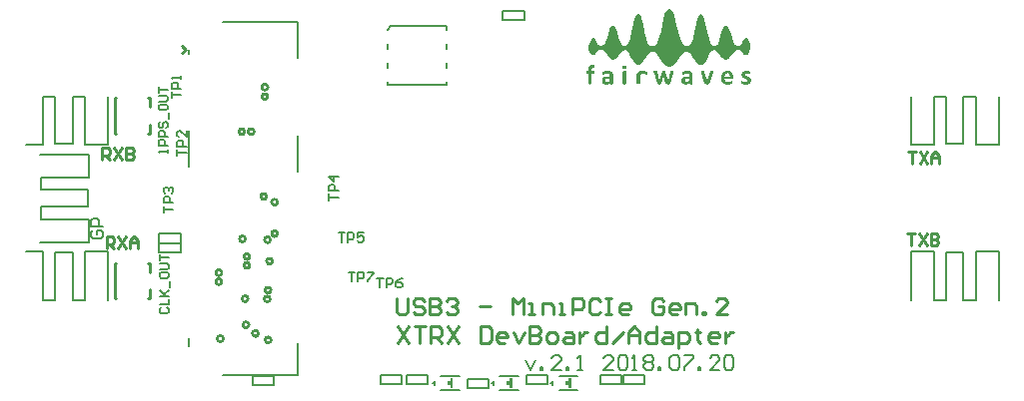
<source format=gto>
G04*
G04 #@! TF.GenerationSoftware,Altium Limited,Altium Designer,18.1.6 (161)*
G04*
G04 Layer_Color=65535*
%FSLAX24Y24*%
%MOIN*%
G70*
G01*
G75*
%ADD10C,0.0100*%
%ADD11C,0.0060*%
%ADD12C,0.0079*%
%ADD13C,0.0080*%
%ADD14C,0.0098*%
%ADD15C,0.0059*%
G36*
X78947Y19941D02*
Y20039D01*
X79045D01*
Y19724D01*
X78947D01*
Y19823D01*
X78868D01*
Y19941D01*
X78947D01*
D02*
G37*
G36*
X80915D02*
Y20039D01*
X81014D01*
Y19724D01*
X80915D01*
Y19823D01*
X80837D01*
Y19941D01*
X80915D01*
D02*
G37*
G36*
X82884D02*
Y20039D01*
X82982D01*
Y19724D01*
X82884D01*
Y19823D01*
X82805D01*
Y19941D01*
X82884D01*
D02*
G37*
G36*
X86339Y32362D02*
X86368Y32333D01*
X86398Y32283D01*
X86427Y32185D01*
X86462Y32028D01*
X86506Y31850D01*
X86555Y31634D01*
X86594Y31476D01*
X86683Y31250D01*
X86752Y31161D01*
X86841Y31142D01*
X86929Y31161D01*
X86998Y31250D01*
X87047Y31398D01*
X87096Y31604D01*
X87156Y31880D01*
X87195Y32037D01*
X87224Y32126D01*
X87254Y32185D01*
X87293Y32215D01*
X87323D01*
X87367Y32185D01*
X87402Y32126D01*
X87431Y32037D01*
X87470Y31880D01*
X87530Y31604D01*
X87579Y31398D01*
X87628Y31240D01*
X87677Y31171D01*
X87736Y31152D01*
X87795D01*
X87854Y31171D01*
X87894Y31230D01*
X87933Y31339D01*
X87972Y31467D01*
X88012Y31604D01*
X88066Y31752D01*
X88110Y31811D01*
X88140Y31821D01*
X88169D01*
X88199Y31811D01*
X88233Y31772D01*
X88278Y31673D01*
X88317Y31555D01*
X88356Y31407D01*
X88396Y31280D01*
X88425Y31220D01*
X88465Y31171D01*
X88533Y31152D01*
X88583D01*
X88642Y31181D01*
X88681Y31230D01*
X88711Y31289D01*
X88745Y31358D01*
X88780Y31407D01*
X88809Y31417D01*
X88829D01*
X88858Y31407D01*
X88893Y31358D01*
X88952Y31211D01*
X88971Y31122D01*
Y31053D01*
X88942Y30945D01*
X88893Y30866D01*
X88853Y30846D01*
X88809D01*
X88770Y30866D01*
X88735Y30896D01*
X88661Y30974D01*
X88612Y31004D01*
X88563Y31014D01*
X88504Y31004D01*
X88460Y30984D01*
X88415Y30945D01*
X88278Y30768D01*
X88218Y30719D01*
X88174Y30699D01*
X88135D01*
X88081Y30719D01*
X88036Y30748D01*
X87972Y30827D01*
X87874Y30965D01*
X87825Y30994D01*
X87756Y31004D01*
X87677Y30984D01*
X87612Y30901D01*
X87564Y30797D01*
X87490Y30650D01*
X87387Y30531D01*
X87313Y30522D01*
X87239Y30531D01*
X87136Y30650D01*
X87042Y30797D01*
X86949Y30925D01*
X86870Y30965D01*
X86791D01*
X86718Y30925D01*
X86663Y30856D01*
X86545Y30659D01*
X86457Y30541D01*
X86368Y30472D01*
X86309Y30453D01*
X86230D01*
X86171Y30472D01*
X86083Y30541D01*
X85994Y30659D01*
X85876Y30856D01*
X85822Y30925D01*
X85748Y30965D01*
X85669D01*
X85591Y30925D01*
X85497Y30797D01*
X85404Y30650D01*
X85300Y30531D01*
X85226Y30522D01*
X85153Y30531D01*
X85049Y30650D01*
X84975Y30797D01*
X84927Y30901D01*
X84862Y30984D01*
X84783Y31004D01*
X84715Y30994D01*
X84665Y30965D01*
X84567Y30827D01*
X84503Y30748D01*
X84459Y30719D01*
X84405Y30699D01*
X84365D01*
X84321Y30719D01*
X84262Y30768D01*
X84124Y30945D01*
X84080Y30984D01*
X84035Y31004D01*
X83976Y31014D01*
X83927Y31004D01*
X83878Y30974D01*
X83804Y30896D01*
X83770Y30866D01*
X83730Y30846D01*
X83686D01*
X83647Y30866D01*
X83597Y30945D01*
X83568Y31053D01*
Y31122D01*
X83588Y31211D01*
X83647Y31358D01*
X83681Y31407D01*
X83711Y31417D01*
X83730D01*
X83760Y31407D01*
X83794Y31358D01*
X83829Y31289D01*
X83858Y31230D01*
X83898Y31181D01*
X83957Y31152D01*
X84006D01*
X84075Y31171D01*
X84114Y31220D01*
X84144Y31280D01*
X84183Y31407D01*
X84222Y31555D01*
X84262Y31673D01*
X84306Y31772D01*
X84341Y31811D01*
X84370Y31821D01*
X84400D01*
X84429Y31811D01*
X84473Y31752D01*
X84528Y31604D01*
X84567Y31467D01*
X84606Y31339D01*
X84646Y31230D01*
X84685Y31171D01*
X84744Y31152D01*
X84803D01*
X84862Y31171D01*
X84911Y31240D01*
X84961Y31398D01*
X85010Y31604D01*
X85069Y31880D01*
X85108Y32037D01*
X85138Y32126D01*
X85172Y32185D01*
X85217Y32215D01*
X85246D01*
X85285Y32185D01*
X85315Y32126D01*
X85344Y32037D01*
X85384Y31880D01*
X85443Y31604D01*
X85492Y31398D01*
X85541Y31250D01*
X85610Y31161D01*
X85699Y31142D01*
X85787Y31161D01*
X85856Y31250D01*
X85945Y31476D01*
X85984Y31634D01*
X86033Y31850D01*
X86078Y32028D01*
X86112Y32185D01*
X86142Y32283D01*
X86171Y32333D01*
X86201Y32362D01*
X86240Y32382D01*
X86299D01*
X86339Y32362D01*
D02*
G37*
G36*
X85482Y30295D02*
X85522Y30276D01*
Y30197D01*
X85482Y30187D01*
X85443Y30207D01*
X85320D01*
X85290Y30197D01*
X85281Y30167D01*
Y29882D01*
X85261Y29872D01*
X85192D01*
X85172Y29882D01*
Y30207D01*
X85192Y30256D01*
X85221Y30285D01*
X85271Y30305D01*
X85443D01*
X85482Y30295D01*
D02*
G37*
G36*
X83716Y30509D02*
X83728Y30507D01*
X83731D01*
X83733Y30506D01*
X83737Y30505D01*
X83746Y30504D01*
X83753Y30501D01*
X83755D01*
X83758Y30499D01*
X83763Y30497D01*
X83766Y30495D01*
X83767Y30494D01*
X83768Y30493D01*
X83769Y30490D01*
X83771Y30486D01*
X83771Y30485D01*
X83772Y30483D01*
X83773Y30478D01*
X83774Y30471D01*
Y30469D01*
X83775Y30465D01*
Y30459D01*
Y30449D01*
Y30448D01*
Y30447D01*
Y30442D01*
Y30434D01*
X83774Y30427D01*
Y30426D01*
X83773Y30423D01*
X83772Y30419D01*
X83771Y30415D01*
Y30414D01*
X83771Y30413D01*
X83767Y30409D01*
X83766D01*
X83762Y30408D01*
X83760D01*
X83755Y30409D01*
X83754D01*
X83752Y30410D01*
X83750Y30412D01*
X83746Y30413D01*
X83745D01*
X83742Y30414D01*
X83737Y30416D01*
X83732Y30417D01*
X83731D01*
X83727Y30418D01*
X83721Y30419D01*
X83712D01*
X83706Y30418D01*
X83699Y30417D01*
X83693Y30414D01*
X83692Y30413D01*
X83688Y30411D01*
X83682Y30407D01*
X83677Y30402D01*
X83676Y30401D01*
X83674Y30396D01*
X83672Y30389D01*
X83669Y30380D01*
Y30379D01*
Y30378D01*
X83668Y30375D01*
Y30371D01*
X83667Y30361D01*
Y30348D01*
Y30310D01*
X83743D01*
X83746Y30310D01*
X83748Y30308D01*
X83749D01*
X83750Y30306D01*
X83751Y30304D01*
X83753Y30300D01*
X83754Y30299D01*
X83755Y30296D01*
X83756Y30292D01*
X83757Y30286D01*
Y30284D01*
X83758Y30279D01*
X83759Y30272D01*
Y30264D01*
Y30263D01*
Y30260D01*
Y30255D01*
X83758Y30250D01*
X83757Y30238D01*
X83756Y30232D01*
X83754Y30228D01*
X83753Y30226D01*
X83751Y30223D01*
X83747Y30219D01*
X83744Y30218D01*
X83741Y30217D01*
X83667D01*
Y29887D01*
Y29886D01*
Y29884D01*
X83666Y29882D01*
X83664Y29879D01*
X83663D01*
X83662Y29877D01*
X83659Y29876D01*
X83654Y29874D01*
X83654D01*
X83650Y29873D01*
X83644Y29872D01*
X83636Y29871D01*
X83635D01*
X83629Y29870D01*
X83620Y29869D01*
X83599D01*
X83591Y29870D01*
X83581Y29871D01*
X83579D01*
X83576Y29872D01*
X83570Y29873D01*
X83564Y29874D01*
X83563D01*
X83560Y29875D01*
X83557Y29877D01*
X83555Y29879D01*
Y29880D01*
X83554Y29882D01*
X83553Y29887D01*
Y30217D01*
X83500D01*
X83497Y30218D01*
X83492Y30222D01*
X83490Y30224D01*
X83488Y30228D01*
Y30229D01*
X83487Y30230D01*
Y30232D01*
X83486Y30236D01*
X83485Y30241D01*
Y30248D01*
X83484Y30255D01*
Y30264D01*
Y30265D01*
Y30266D01*
Y30271D01*
Y30278D01*
X83485Y30286D01*
Y30288D01*
X83486Y30291D01*
X83487Y30296D01*
X83488Y30300D01*
Y30301D01*
X83489Y30303D01*
X83491Y30306D01*
X83493Y30308D01*
X83494Y30309D01*
X83496Y30310D01*
X83499Y30310D01*
X83553D01*
Y30344D01*
Y30345D01*
Y30346D01*
Y30350D01*
Y30359D01*
X83554Y30368D01*
X83555Y30380D01*
X83556Y30392D01*
X83557Y30405D01*
X83560Y30417D01*
Y30418D01*
X83562Y30423D01*
X83564Y30428D01*
X83567Y30435D01*
X83575Y30452D01*
X83580Y30461D01*
X83586Y30468D01*
X83587Y30469D01*
X83589Y30472D01*
X83594Y30476D01*
X83598Y30480D01*
X83605Y30485D01*
X83613Y30490D01*
X83621Y30495D01*
X83631Y30500D01*
X83632Y30501D01*
X83635Y30502D01*
X83641Y30504D01*
X83649Y30505D01*
X83658Y30507D01*
X83670Y30509D01*
X83681Y30511D01*
X83706D01*
X83716Y30509D01*
D02*
G37*
G36*
X84780Y30491D02*
X84787Y30490D01*
X84805Y30486D01*
X84813Y30484D01*
X84818Y30479D01*
X84819Y30478D01*
X84820Y30476D01*
X84823Y30473D01*
X84826Y30468D01*
X84828Y30462D01*
X84831Y30453D01*
X84832Y30444D01*
X84833Y30432D01*
Y30430D01*
Y30426D01*
X84832Y30421D01*
X84831Y30413D01*
X84829Y30405D01*
X84827Y30397D01*
X84823Y30389D01*
X84818Y30384D01*
X84818Y30383D01*
X84816Y30382D01*
X84812Y30380D01*
X84807Y30378D01*
X84799Y30375D01*
X84791Y30373D01*
X84780Y30372D01*
X84766Y30371D01*
X84760D01*
X84753Y30372D01*
X84745Y30373D01*
X84728Y30377D01*
X84720Y30380D01*
X84714Y30384D01*
X84713Y30385D01*
X84712Y30387D01*
X84710Y30389D01*
X84707Y30394D01*
X84704Y30401D01*
X84702Y30408D01*
X84702Y30419D01*
X84701Y30430D01*
Y30432D01*
Y30436D01*
X84702Y30442D01*
X84702Y30449D01*
X84706Y30465D01*
X84709Y30472D01*
X84714Y30478D01*
X84715Y30479D01*
X84717Y30480D01*
X84721Y30483D01*
X84726Y30485D01*
X84733Y30487D01*
X84742Y30490D01*
X84753Y30491D01*
X84766Y30492D01*
X84773D01*
X84780Y30491D01*
D02*
G37*
G36*
X88865Y30320D02*
X88878Y30318D01*
X88879D01*
X88881Y30317D01*
X88885D01*
X88889Y30316D01*
X88899Y30313D01*
X88911Y30310D01*
X88912D01*
X88914Y30310D01*
X88919Y30308D01*
X88928Y30306D01*
X88935Y30302D01*
X88936D01*
X88937Y30301D01*
X88941Y30299D01*
X88946Y30296D01*
X88950Y30293D01*
X88951D01*
X88953Y30291D01*
X88954Y30290D01*
X88956Y30287D01*
Y30286D01*
X88957Y30284D01*
X88959Y30278D01*
Y30277D01*
X88960Y30275D01*
Y30271D01*
X88961Y30267D01*
Y30266D01*
X88962Y30262D01*
Y30256D01*
Y30250D01*
Y30249D01*
Y30248D01*
Y30242D01*
Y30235D01*
X88961Y30229D01*
Y30228D01*
X88960Y30224D01*
X88959Y30220D01*
X88958Y30216D01*
Y30215D01*
X88957Y30214D01*
X88954Y30211D01*
X88953D01*
X88948Y30210D01*
X88947D01*
X88945Y30211D01*
X88940Y30212D01*
X88934Y30214D01*
X88933Y30215D01*
X88929Y30217D01*
X88922Y30220D01*
X88913Y30224D01*
X88912D01*
X88911Y30225D01*
X88908Y30226D01*
X88904Y30228D01*
X88894Y30231D01*
X88883Y30234D01*
X88882D01*
X88880Y30235D01*
X88876Y30236D01*
X88872Y30237D01*
X88866Y30238D01*
X88859Y30239D01*
X88844Y30240D01*
X88836D01*
X88826Y30238D01*
X88817Y30236D01*
X88816Y30235D01*
X88811Y30234D01*
X88805Y30232D01*
X88798Y30227D01*
X88797Y30226D01*
X88795Y30223D01*
X88791Y30218D01*
X88787Y30213D01*
Y30212D01*
X88786Y30208D01*
X88785Y30202D01*
X88784Y30195D01*
Y30194D01*
Y30193D01*
X88785Y30188D01*
X88788Y30180D01*
X88793Y30172D01*
X88795Y30170D01*
X88798Y30166D01*
X88806Y30160D01*
X88816Y30155D01*
X88817D01*
X88818Y30154D01*
X88821Y30152D01*
X88825Y30151D01*
X88836Y30146D01*
X88848Y30141D01*
X88849D01*
X88851Y30140D01*
X88855Y30139D01*
X88859Y30137D01*
X88871Y30134D01*
X88884Y30128D01*
X88885D01*
X88887Y30127D01*
X88891Y30125D01*
X88895Y30123D01*
X88907Y30117D01*
X88920Y30110D01*
X88921D01*
X88923Y30108D01*
X88927Y30106D01*
X88931Y30103D01*
X88941Y30096D01*
X88953Y30085D01*
X88953Y30084D01*
X88955Y30082D01*
X88957Y30079D01*
X88961Y30076D01*
X88964Y30070D01*
X88968Y30064D01*
X88975Y30050D01*
Y30049D01*
X88977Y30046D01*
X88978Y30042D01*
X88980Y30037D01*
X88982Y30030D01*
X88983Y30021D01*
X88985Y30013D01*
Y30002D01*
Y30000D01*
Y29997D01*
X88984Y29990D01*
X88983Y29981D01*
X88982Y29972D01*
X88979Y29961D01*
X88976Y29951D01*
X88972Y29941D01*
X88971Y29940D01*
X88969Y29937D01*
X88966Y29931D01*
X88962Y29925D01*
X88956Y29919D01*
X88951Y29911D01*
X88943Y29903D01*
X88934Y29897D01*
X88933Y29896D01*
X88931Y29894D01*
X88925Y29891D01*
X88918Y29886D01*
X88911Y29883D01*
X88901Y29878D01*
X88890Y29874D01*
X88878Y29870D01*
X88876D01*
X88873Y29869D01*
X88866Y29867D01*
X88857Y29866D01*
X88847Y29864D01*
X88835Y29863D01*
X88822Y29862D01*
X88799D01*
X88794Y29863D01*
X88787D01*
X88780Y29863D01*
X88764Y29865D01*
X88763D01*
X88760Y29866D01*
X88757Y29867D01*
X88752Y29868D01*
X88739Y29871D01*
X88727Y29874D01*
X88726D01*
X88724Y29875D01*
X88721Y29876D01*
X88718Y29877D01*
X88709Y29880D01*
X88700Y29883D01*
X88698Y29884D01*
X88694Y29887D01*
X88688Y29890D01*
X88683Y29894D01*
X88682Y29895D01*
X88681Y29898D01*
X88679Y29902D01*
X88676Y29909D01*
Y29910D01*
Y29911D01*
X88675Y29914D01*
Y29917D01*
X88674Y29926D01*
Y29940D01*
Y29941D01*
Y29941D01*
Y29947D01*
Y29954D01*
Y29960D01*
Y29962D01*
X88675Y29965D01*
X88676Y29970D01*
X88677Y29974D01*
Y29975D01*
X88678Y29977D01*
X88680Y29979D01*
X88681Y29980D01*
X88682D01*
X88683Y29981D01*
X88688Y29982D01*
X88689D01*
X88692Y29981D01*
X88697Y29980D01*
X88703Y29976D01*
X88705Y29975D01*
X88710Y29972D01*
X88718Y29968D01*
X88727Y29963D01*
X88728D01*
X88730Y29962D01*
X88733Y29961D01*
X88738Y29960D01*
X88748Y29956D01*
X88761Y29951D01*
X88762D01*
X88765Y29950D01*
X88769Y29949D01*
X88775Y29948D01*
X88781Y29947D01*
X88789Y29946D01*
X88806Y29945D01*
X88816D01*
X88824Y29946D01*
X88833Y29948D01*
X88834D01*
X88835Y29949D01*
X88840Y29950D01*
X88847Y29953D01*
X88854Y29957D01*
X88855Y29958D01*
X88859Y29961D01*
X88864Y29966D01*
X88868Y29972D01*
X88869Y29974D01*
X88871Y29979D01*
X88872Y29985D01*
X88873Y29993D01*
Y29994D01*
Y29996D01*
X88872Y30001D01*
X88869Y30009D01*
X88864Y30017D01*
X88862Y30018D01*
X88858Y30022D01*
X88851Y30028D01*
X88841Y30034D01*
X88840D01*
X88838Y30035D01*
X88836Y30037D01*
X88832Y30038D01*
X88821Y30042D01*
X88809Y30047D01*
X88808D01*
X88806Y30048D01*
X88802Y30050D01*
X88798Y30052D01*
X88787Y30056D01*
X88774Y30061D01*
X88773D01*
X88771Y30062D01*
X88767Y30064D01*
X88762Y30066D01*
X88751Y30072D01*
X88738Y30079D01*
X88737Y30080D01*
X88735Y30081D01*
X88732Y30083D01*
X88727Y30086D01*
X88718Y30095D01*
X88706Y30104D01*
X88705Y30105D01*
X88704Y30107D01*
X88701Y30110D01*
X88698Y30114D01*
X88695Y30119D01*
X88691Y30125D01*
X88683Y30139D01*
Y30140D01*
X88682Y30143D01*
X88681Y30148D01*
X88680Y30154D01*
X88679Y30160D01*
X88677Y30169D01*
X88676Y30178D01*
Y30189D01*
Y30190D01*
Y30193D01*
X88677Y30199D01*
X88678Y30206D01*
X88679Y30214D01*
X88681Y30223D01*
X88683Y30232D01*
X88687Y30242D01*
X88688Y30243D01*
X88689Y30246D01*
X88692Y30251D01*
X88696Y30256D01*
X88700Y30263D01*
X88705Y30271D01*
X88720Y30284D01*
X88720Y30285D01*
X88723Y30287D01*
X88728Y30290D01*
X88735Y30293D01*
X88742Y30298D01*
X88751Y30302D01*
X88760Y30307D01*
X88772Y30310D01*
X88774Y30311D01*
X88778Y30312D01*
X88784Y30314D01*
X88793Y30316D01*
X88802Y30318D01*
X88815Y30319D01*
X88827Y30321D01*
X88853D01*
X88865Y30320D01*
D02*
G37*
G36*
X86379Y30312D02*
X86381D01*
X86385Y30311D01*
X86391Y30310D01*
X86395Y30309D01*
X86396D01*
X86399Y30308D01*
X86402Y30306D01*
X86404Y30303D01*
X86405Y30302D01*
X86406Y30301D01*
X86407Y30298D01*
Y30295D01*
Y30294D01*
Y30292D01*
X86406Y30288D01*
X86405Y30283D01*
Y30282D01*
X86404Y30278D01*
X86403Y30271D01*
X86400Y30262D01*
X86292Y29893D01*
Y29892D01*
X86290Y29888D01*
X86288Y29884D01*
X86285Y29881D01*
X86284Y29880D01*
X86283Y29878D01*
X86279Y29876D01*
X86274Y29873D01*
X86274D01*
X86269Y29872D01*
X86262Y29871D01*
X86253Y29870D01*
X86243D01*
X86237Y29869D01*
X86203D01*
X86191Y29870D01*
X86179Y29871D01*
X86177D01*
X86172Y29872D01*
X86164Y29873D01*
X86158Y29874D01*
X86157Y29875D01*
X86154Y29876D01*
X86150Y29879D01*
X86146Y29882D01*
X86145Y29883D01*
X86144Y29884D01*
X86142Y29888D01*
X86140Y29893D01*
X86072Y30141D01*
X86071Y30145D01*
X86070Y30141D01*
X86007Y29893D01*
Y29892D01*
X86006Y29888D01*
X86004Y29884D01*
X86002Y29881D01*
X86001Y29880D01*
X85999Y29878D01*
X85996Y29876D01*
X85990Y29873D01*
X85988D01*
X85984Y29872D01*
X85977Y29871D01*
X85967Y29870D01*
X85958D01*
X85953Y29869D01*
X85918D01*
X85906Y29870D01*
X85894Y29871D01*
X85892D01*
X85886Y29872D01*
X85879Y29873D01*
X85872Y29874D01*
X85871Y29875D01*
X85868Y29876D01*
X85865Y29879D01*
X85861Y29882D01*
X85860Y29883D01*
X85859Y29884D01*
X85857Y29888D01*
X85855Y29893D01*
X85748Y30262D01*
Y30263D01*
X85747Y30264D01*
X85746Y30270D01*
X85744Y30276D01*
X85742Y30283D01*
Y30284D01*
Y30288D01*
X85741Y30291D01*
Y30295D01*
Y30296D01*
Y30298D01*
X85742Y30301D01*
X85744Y30303D01*
X85745Y30304D01*
X85746Y30305D01*
X85749Y30307D01*
X85752Y30309D01*
X85753Y30310D01*
X85757Y30310D01*
X85763Y30311D01*
X85770Y30312D01*
X85772D01*
X85778Y30313D01*
X85819D01*
X85828Y30312D01*
X85830D01*
X85835Y30311D01*
X85841Y30310D01*
X85846Y30309D01*
X85847D01*
X85849Y30308D01*
X85852Y30306D01*
X85855Y30303D01*
X85856Y30302D01*
X85857Y30300D01*
X85858Y30297D01*
X85859Y30293D01*
X85940Y29994D01*
X85941Y29988D01*
X85942Y29994D01*
X86018Y30293D01*
Y30294D01*
X86019Y30297D01*
X86022Y30303D01*
X86022Y30304D01*
X86023Y30305D01*
X86026Y30307D01*
X86030Y30309D01*
X86031Y30310D01*
X86035Y30310D01*
X86041Y30311D01*
X86047Y30312D01*
X86049D01*
X86055Y30313D01*
X86084D01*
X86094Y30312D01*
X86102Y30311D01*
X86104D01*
X86108Y30310D01*
X86114Y30310D01*
X86119Y30309D01*
X86119D01*
X86122Y30308D01*
X86125Y30306D01*
X86128Y30303D01*
X86129Y30302D01*
X86130Y30301D01*
X86132Y30295D01*
X86214Y29994D01*
X86215Y29988D01*
X86216Y29994D01*
X86294Y30293D01*
Y30294D01*
X86294Y30297D01*
X86297Y30303D01*
X86298Y30304D01*
X86299Y30305D01*
X86302Y30307D01*
X86306Y30309D01*
X86307Y30310D01*
X86311Y30310D01*
X86316Y30311D01*
X86323Y30312D01*
X86325D01*
X86331Y30313D01*
X86371Y30313D01*
X86379Y30312D01*
D02*
G37*
G36*
X87710D02*
X87711D01*
X87716Y30311D01*
X87722Y30310D01*
X87727Y30309D01*
X87728D01*
X87730Y30308D01*
X87732Y30306D01*
X87734Y30303D01*
X87735Y30302D01*
X87736Y30301D01*
X87737Y30298D01*
Y30295D01*
Y30293D01*
Y30290D01*
Y30289D01*
Y30288D01*
X87736Y30282D01*
Y30281D01*
X87735Y30279D01*
X87734Y30273D01*
Y30272D01*
X87733Y30271D01*
X87732Y30267D01*
X87731Y30262D01*
X87609Y29893D01*
Y29892D01*
X87608Y29888D01*
X87606Y29884D01*
X87603Y29881D01*
X87602Y29880D01*
X87600Y29878D01*
X87595Y29876D01*
X87590Y29873D01*
X87588D01*
X87584Y29872D01*
X87576Y29871D01*
X87566Y29870D01*
X87555D01*
X87550Y29869D01*
X87512D01*
X87499Y29870D01*
X87486Y29871D01*
X87483D01*
X87478Y29872D01*
X87470Y29873D01*
X87462Y29874D01*
X87461Y29875D01*
X87458Y29876D01*
X87454Y29879D01*
X87450Y29882D01*
X87449Y29883D01*
X87448Y29884D01*
X87446Y29888D01*
X87444Y29893D01*
X87322Y30262D01*
Y30264D01*
X87320Y30268D01*
X87319Y30272D01*
X87317Y30278D01*
Y30279D01*
X87316Y30282D01*
X87315Y30286D01*
Y30289D01*
Y30290D01*
Y30290D01*
Y30295D01*
Y30296D01*
Y30298D01*
X87317Y30303D01*
X87318Y30304D01*
X87319Y30305D01*
X87322Y30307D01*
X87326Y30309D01*
X87327Y30310D01*
X87331Y30310D01*
X87337Y30311D01*
X87343Y30312D01*
X87345D01*
X87351Y30313D01*
X87382D01*
X87393Y30312D01*
X87401Y30311D01*
X87403D01*
X87408Y30310D01*
X87414Y30310D01*
X87419Y30309D01*
X87420D01*
X87423Y30308D01*
X87426Y30306D01*
X87429Y30303D01*
X87430Y30302D01*
X87431Y30300D01*
X87432Y30297D01*
X87434Y30293D01*
X87527Y29994D01*
X87530Y29982D01*
X87533Y29994D01*
X87623Y30293D01*
Y30294D01*
X87624Y30297D01*
X87627Y30303D01*
X87628Y30304D01*
X87630Y30305D01*
X87633Y30307D01*
X87636Y30309D01*
X87637D01*
X87641Y30310D01*
X87647Y30310D01*
X87653Y30311D01*
X87655D01*
X87661Y30312D01*
X87671Y30313D01*
X87701D01*
X87710Y30312D01*
D02*
G37*
G36*
X86885Y30320D02*
X86898Y30319D01*
X86912Y30317D01*
X86925Y30314D01*
X86938Y30311D01*
X86940D01*
X86944Y30310D01*
X86951Y30308D01*
X86958Y30304D01*
X86967Y30300D01*
X86976Y30295D01*
X86986Y30289D01*
X86994Y30282D01*
X86995Y30281D01*
X86998Y30278D01*
X87002Y30274D01*
X87007Y30269D01*
X87012Y30262D01*
X87017Y30253D01*
X87022Y30243D01*
X87027Y30232D01*
X87028Y30232D01*
X87029Y30227D01*
X87031Y30221D01*
X87032Y30212D01*
X87034Y30201D01*
X87035Y30189D01*
X87037Y30174D01*
Y30159D01*
Y29885D01*
Y29884D01*
X87036Y29883D01*
X87035Y29879D01*
X87032Y29876D01*
X87031Y29875D01*
X87029Y29874D01*
X87024Y29872D01*
X87017Y29871D01*
X87015D01*
X87011Y29870D01*
X87001Y29869D01*
X86977D01*
X86967Y29870D01*
X86962D01*
X86958Y29871D01*
X86956D01*
X86953Y29872D01*
X86949Y29874D01*
X86945Y29876D01*
X86944Y29877D01*
X86943Y29879D01*
X86942Y29882D01*
X86941Y29885D01*
Y29918D01*
X86940Y29917D01*
X86936Y29913D01*
X86932Y29908D01*
X86925Y29902D01*
X86916Y29896D01*
X86907Y29889D01*
X86895Y29883D01*
X86884Y29876D01*
X86882Y29875D01*
X86878Y29874D01*
X86872Y29871D01*
X86863Y29869D01*
X86853Y29866D01*
X86840Y29863D01*
X86827Y29863D01*
X86813Y29862D01*
X86807D01*
X86801Y29863D01*
X86793D01*
X86784Y29863D01*
X86774Y29865D01*
X86753Y29870D01*
X86752D01*
X86748Y29872D01*
X86743Y29873D01*
X86737Y29876D01*
X86722Y29883D01*
X86706Y29894D01*
X86705Y29895D01*
X86703Y29897D01*
X86700Y29901D01*
X86696Y29905D01*
X86690Y29912D01*
X86685Y29919D01*
X86676Y29936D01*
Y29937D01*
X86674Y29941D01*
X86673Y29945D01*
X86671Y29952D01*
X86669Y29960D01*
X86667Y29971D01*
X86666Y29981D01*
X86665Y29994D01*
Y29996D01*
Y29999D01*
X86666Y30006D01*
X86667Y30015D01*
X86668Y30024D01*
X86671Y30035D01*
X86674Y30045D01*
X86679Y30055D01*
X86680Y30056D01*
X86682Y30059D01*
X86684Y30064D01*
X86689Y30070D01*
X86695Y30077D01*
X86702Y30084D01*
X86711Y30092D01*
X86721Y30098D01*
X86721Y30099D01*
X86725Y30101D01*
X86731Y30104D01*
X86740Y30108D01*
X86749Y30113D01*
X86761Y30116D01*
X86775Y30120D01*
X86789Y30124D01*
X86791D01*
X86797Y30125D01*
X86805Y30127D01*
X86817Y30129D01*
X86830Y30130D01*
X86846Y30132D01*
X86864Y30133D01*
X86924D01*
Y30156D01*
Y30157D01*
Y30160D01*
Y30163D01*
X86923Y30168D01*
X86922Y30179D01*
X86919Y30191D01*
Y30192D01*
X86918Y30193D01*
X86916Y30199D01*
X86913Y30207D01*
X86907Y30214D01*
X86905Y30216D01*
X86901Y30220D01*
X86894Y30225D01*
X86883Y30229D01*
X86882D01*
X86880Y30230D01*
X86877Y30231D01*
X86874Y30232D01*
X86868D01*
X86862Y30232D01*
X86847Y30233D01*
X86837D01*
X86830Y30232D01*
X86822Y30232D01*
X86814Y30231D01*
X86796Y30227D01*
X86795D01*
X86792Y30226D01*
X86787Y30224D01*
X86782Y30223D01*
X86769Y30218D01*
X86756Y30213D01*
X86755D01*
X86753Y30212D01*
X86750Y30210D01*
X86746Y30208D01*
X86737Y30203D01*
X86727Y30198D01*
X86725Y30197D01*
X86721Y30195D01*
X86715Y30193D01*
X86708Y30193D01*
X86705D01*
X86702Y30193D01*
X86700Y30195D01*
X86699Y30196D01*
X86698Y30197D01*
X86695Y30200D01*
X86693Y30204D01*
Y30205D01*
X86691Y30209D01*
X86690Y30213D01*
X86689Y30219D01*
Y30221D01*
Y30225D01*
X86688Y30231D01*
Y30238D01*
Y30239D01*
Y30241D01*
Y30247D01*
X86689Y30253D01*
X86690Y30261D01*
Y30263D01*
X86692Y30266D01*
X86695Y30271D01*
X86699Y30276D01*
X86700Y30277D01*
X86704Y30281D01*
X86711Y30285D01*
X86721Y30290D01*
X86721D01*
X86723Y30291D01*
X86727Y30293D01*
X86731Y30295D01*
X86737Y30297D01*
X86743Y30300D01*
X86758Y30305D01*
X86759D01*
X86761Y30306D01*
X86766Y30308D01*
X86772Y30309D01*
X86779Y30310D01*
X86786Y30312D01*
X86804Y30316D01*
X86805D01*
X86809Y30317D01*
X86814Y30318D01*
X86820Y30319D01*
X86829D01*
X86837Y30320D01*
X86857Y30321D01*
X86875D01*
X86885Y30320D01*
D02*
G37*
G36*
X84785Y30312D02*
X84794Y30311D01*
X84796D01*
X84800Y30310D01*
X84806Y30310D01*
X84812Y30308D01*
X84813D01*
X84816Y30306D01*
X84818Y30304D01*
X84821Y30301D01*
X84822Y30300D01*
X84823Y30299D01*
X84824Y30296D01*
Y30293D01*
Y29887D01*
Y29886D01*
Y29884D01*
X84823Y29882D01*
X84821Y29879D01*
X84820D01*
X84819Y29877D01*
X84817Y29876D01*
X84812Y29874D01*
X84811D01*
X84807Y29873D01*
X84801Y29872D01*
X84794Y29871D01*
X84792D01*
X84786Y29870D01*
X84778Y29869D01*
X84757D01*
X84747Y29870D01*
X84738Y29871D01*
X84736D01*
X84732Y29872D01*
X84726Y29873D01*
X84721Y29874D01*
X84720D01*
X84717Y29875D01*
X84714Y29877D01*
X84711Y29879D01*
Y29880D01*
X84710Y29882D01*
X84709Y29887D01*
Y30293D01*
Y30294D01*
Y30296D01*
X84711Y30301D01*
X84712Y30302D01*
X84713Y30303D01*
X84717Y30306D01*
X84721Y30308D01*
X84721Y30309D01*
X84725Y30310D01*
X84731Y30310D01*
X84738Y30311D01*
X84740D01*
X84745Y30312D01*
X84755Y30313D01*
X84776D01*
X84785Y30312D01*
D02*
G37*
G36*
X84232Y30320D02*
X84245Y30319D01*
X84258Y30317D01*
X84272Y30314D01*
X84285Y30311D01*
X84287D01*
X84291Y30310D01*
X84297Y30308D01*
X84305Y30304D01*
X84314Y30300D01*
X84323Y30295D01*
X84333Y30289D01*
X84341Y30282D01*
X84342Y30281D01*
X84345Y30278D01*
X84349Y30274D01*
X84353Y30269D01*
X84358Y30262D01*
X84364Y30253D01*
X84369Y30243D01*
X84373Y30232D01*
X84374Y30232D01*
X84375Y30227D01*
X84377Y30221D01*
X84379Y30212D01*
X84381Y30201D01*
X84382Y30189D01*
X84384Y30174D01*
Y30159D01*
Y29885D01*
Y29884D01*
X84383Y29883D01*
X84382Y29879D01*
X84379Y29876D01*
X84378Y29875D01*
X84375Y29874D01*
X84371Y29872D01*
X84364Y29871D01*
X84362D01*
X84357Y29870D01*
X84348Y29869D01*
X84324D01*
X84314Y29870D01*
X84309D01*
X84305Y29871D01*
X84303D01*
X84300Y29872D01*
X84295Y29874D01*
X84292Y29876D01*
X84291Y29877D01*
X84290Y29879D01*
X84289Y29882D01*
X84288Y29885D01*
Y29918D01*
X84287Y29917D01*
X84283Y29913D01*
X84278Y29908D01*
X84272Y29902D01*
X84263Y29896D01*
X84254Y29889D01*
X84242Y29883D01*
X84231Y29876D01*
X84229Y29875D01*
X84225Y29874D01*
X84218Y29871D01*
X84210Y29869D01*
X84199Y29866D01*
X84187Y29863D01*
X84174Y29863D01*
X84159Y29862D01*
X84154D01*
X84148Y29863D01*
X84139D01*
X84131Y29863D01*
X84120Y29865D01*
X84100Y29870D01*
X84099D01*
X84095Y29872D01*
X84090Y29873D01*
X84083Y29876D01*
X84069Y29883D01*
X84053Y29894D01*
X84052Y29895D01*
X84050Y29897D01*
X84046Y29901D01*
X84042Y29905D01*
X84037Y29912D01*
X84032Y29919D01*
X84023Y29936D01*
Y29937D01*
X84021Y29941D01*
X84020Y29945D01*
X84018Y29952D01*
X84016Y29960D01*
X84014Y29971D01*
X84013Y29981D01*
X84012Y29994D01*
Y29996D01*
Y29999D01*
X84013Y30006D01*
X84014Y30015D01*
X84015Y30024D01*
X84018Y30035D01*
X84021Y30045D01*
X84025Y30055D01*
X84026Y30056D01*
X84028Y30059D01*
X84031Y30064D01*
X84036Y30070D01*
X84042Y30077D01*
X84049Y30084D01*
X84058Y30092D01*
X84067Y30098D01*
X84068Y30099D01*
X84072Y30101D01*
X84078Y30104D01*
X84086Y30108D01*
X84096Y30113D01*
X84108Y30116D01*
X84121Y30120D01*
X84136Y30124D01*
X84138D01*
X84143Y30125D01*
X84152Y30127D01*
X84163Y30129D01*
X84177Y30130D01*
X84193Y30132D01*
X84211Y30133D01*
X84271D01*
Y30156D01*
Y30157D01*
Y30160D01*
Y30163D01*
X84270Y30168D01*
X84269Y30179D01*
X84266Y30191D01*
Y30192D01*
X84265Y30193D01*
X84263Y30199D01*
X84259Y30207D01*
X84254Y30214D01*
X84252Y30216D01*
X84248Y30220D01*
X84240Y30225D01*
X84230Y30229D01*
X84229D01*
X84227Y30230D01*
X84224Y30231D01*
X84220Y30232D01*
X84215D01*
X84209Y30232D01*
X84194Y30233D01*
X84183D01*
X84177Y30232D01*
X84169Y30232D01*
X84160Y30231D01*
X84142Y30227D01*
X84141D01*
X84139Y30226D01*
X84134Y30224D01*
X84129Y30223D01*
X84116Y30218D01*
X84102Y30213D01*
X84101D01*
X84100Y30212D01*
X84097Y30210D01*
X84093Y30208D01*
X84083Y30203D01*
X84074Y30198D01*
X84072Y30197D01*
X84067Y30195D01*
X84062Y30193D01*
X84055Y30193D01*
X84052D01*
X84049Y30193D01*
X84046Y30195D01*
X84045Y30196D01*
X84044Y30197D01*
X84042Y30200D01*
X84040Y30204D01*
Y30205D01*
X84038Y30209D01*
X84037Y30213D01*
X84036Y30219D01*
Y30221D01*
Y30225D01*
X84035Y30231D01*
Y30238D01*
Y30239D01*
Y30241D01*
Y30247D01*
X84036Y30253D01*
X84037Y30261D01*
Y30263D01*
X84039Y30266D01*
X84042Y30271D01*
X84045Y30276D01*
X84046Y30277D01*
X84051Y30281D01*
X84058Y30285D01*
X84067Y30290D01*
X84068D01*
X84070Y30291D01*
X84074Y30293D01*
X84078Y30295D01*
X84083Y30297D01*
X84090Y30300D01*
X84104Y30305D01*
X84105D01*
X84108Y30306D01*
X84113Y30308D01*
X84119Y30309D01*
X84125Y30310D01*
X84133Y30312D01*
X84151Y30316D01*
X84152D01*
X84156Y30317D01*
X84160Y30318D01*
X84167Y30319D01*
X84176D01*
X84184Y30320D01*
X84204Y30321D01*
X84221D01*
X84232Y30320D01*
D02*
G37*
G36*
X88218Y30320D02*
X88230Y30319D01*
X88244Y30317D01*
X88258Y30314D01*
X88273Y30310D01*
X88287Y30306D01*
X88289Y30305D01*
X88293Y30303D01*
X88300Y30299D01*
X88309Y30295D01*
X88318Y30289D01*
X88328Y30282D01*
X88337Y30273D01*
X88347Y30264D01*
X88348Y30263D01*
X88351Y30259D01*
X88354Y30253D01*
X88360Y30246D01*
X88365Y30236D01*
X88370Y30226D01*
X88376Y30213D01*
X88381Y30200D01*
X88382Y30198D01*
X88383Y30193D01*
X88385Y30187D01*
X88387Y30176D01*
X88389Y30165D01*
X88390Y30152D01*
X88392Y30137D01*
Y30121D01*
Y30103D01*
Y30102D01*
Y30099D01*
Y30096D01*
X88391Y30092D01*
X88389Y30081D01*
X88386Y30077D01*
X88383Y30072D01*
X88381Y30070D01*
X88376Y30067D01*
X88368Y30064D01*
X88357Y30062D01*
X88110D01*
Y30061D01*
Y30057D01*
Y30053D01*
X88111Y30046D01*
Y30038D01*
X88113Y30031D01*
X88116Y30014D01*
Y30013D01*
X88117Y30010D01*
X88118Y30006D01*
X88120Y30001D01*
X88126Y29990D01*
X88135Y29978D01*
X88136Y29977D01*
X88137Y29976D01*
X88140Y29973D01*
X88144Y29970D01*
X88150Y29966D01*
X88156Y29962D01*
X88170Y29956D01*
X88171D01*
X88174Y29955D01*
X88178Y29954D01*
X88184Y29952D01*
X88192Y29951D01*
X88200Y29949D01*
X88210Y29948D01*
X88231D01*
X88238Y29949D01*
X88247D01*
X88255Y29950D01*
X88273Y29952D01*
X88274D01*
X88277Y29953D01*
X88282Y29954D01*
X88287Y29955D01*
X88299Y29958D01*
X88312Y29961D01*
X88313D01*
X88315Y29962D01*
X88318Y29963D01*
X88322Y29964D01*
X88331Y29967D01*
X88340Y29971D01*
X88341D01*
X88342Y29972D01*
X88347Y29974D01*
X88352Y29975D01*
X88358Y29976D01*
X88360D01*
X88365Y29974D01*
X88366D01*
X88367Y29972D01*
X88368Y29970D01*
X88370Y29967D01*
Y29966D01*
X88370Y29964D01*
X88371Y29960D01*
X88372Y29956D01*
Y29955D01*
X88373Y29951D01*
Y29945D01*
Y29938D01*
Y29936D01*
Y29932D01*
Y29925D01*
X88372Y29920D01*
Y29919D01*
Y29916D01*
Y29912D01*
X88371Y29907D01*
Y29906D01*
X88370Y29904D01*
X88369Y29899D01*
X88368Y29897D01*
X88364Y29893D01*
X88363Y29892D01*
X88361Y29891D01*
X88356Y29888D01*
X88352Y29886D01*
X88348Y29884D01*
X88347D01*
X88346Y29883D01*
X88342Y29883D01*
X88338Y29881D01*
X88333Y29880D01*
X88328Y29878D01*
X88313Y29874D01*
X88312D01*
X88310Y29873D01*
X88306Y29872D01*
X88300Y29871D01*
X88293Y29870D01*
X88286Y29868D01*
X88267Y29865D01*
X88266D01*
X88262Y29864D01*
X88256D01*
X88250Y29863D01*
X88241Y29863D01*
X88232D01*
X88210Y29862D01*
X88200D01*
X88191Y29863D01*
X88177Y29863D01*
X88163Y29864D01*
X88147Y29867D01*
X88131Y29870D01*
X88115Y29875D01*
X88113Y29876D01*
X88108Y29878D01*
X88100Y29881D01*
X88091Y29885D01*
X88080Y29891D01*
X88069Y29898D01*
X88057Y29906D01*
X88046Y29916D01*
X88045Y29917D01*
X88041Y29921D01*
X88037Y29927D01*
X88031Y29936D01*
X88024Y29945D01*
X88019Y29958D01*
X88012Y29971D01*
X88006Y29986D01*
Y29987D01*
X88005Y29988D01*
X88004Y29994D01*
X88002Y30002D01*
X88000Y30015D01*
X87997Y30029D01*
X87995Y30046D01*
X87994Y30065D01*
X87993Y30086D01*
Y30087D01*
Y30089D01*
Y30092D01*
Y30096D01*
X87994Y30105D01*
X87995Y30118D01*
X87996Y30134D01*
X87999Y30151D01*
X88001Y30167D01*
X88006Y30184D01*
Y30185D01*
X88007Y30186D01*
X88009Y30192D01*
X88012Y30199D01*
X88017Y30210D01*
X88022Y30221D01*
X88030Y30233D01*
X88038Y30246D01*
X88047Y30258D01*
X88048Y30259D01*
X88052Y30263D01*
X88058Y30269D01*
X88066Y30275D01*
X88076Y30283D01*
X88086Y30290D01*
X88099Y30298D01*
X88113Y30305D01*
X88115Y30306D01*
X88119Y30308D01*
X88128Y30310D01*
X88138Y30313D01*
X88152Y30316D01*
X88166Y30318D01*
X88182Y30320D01*
X88200Y30321D01*
X88209D01*
X88218Y30320D01*
D02*
G37*
%LPC*%
G36*
X86924Y30060D02*
X86870D01*
X86863Y30059D01*
X86848Y30058D01*
X86832Y30056D01*
X86831D01*
X86829Y30055D01*
X86825Y30054D01*
X86820Y30053D01*
X86811Y30049D01*
X86800Y30043D01*
X86799D01*
X86798Y30042D01*
X86794Y30038D01*
X86788Y30032D01*
X86782Y30023D01*
Y30022D01*
X86781Y30021D01*
X86780Y30016D01*
X86779Y30007D01*
X86778Y29997D01*
Y29996D01*
Y29993D01*
X86779Y29988D01*
X86779Y29982D01*
X86781Y29976D01*
X86784Y29969D01*
X86788Y29962D01*
X86793Y29957D01*
X86794Y29956D01*
X86796Y29955D01*
X86799Y29952D01*
X86804Y29950D01*
X86811Y29947D01*
X86818Y29944D01*
X86828Y29943D01*
X86838Y29942D01*
X86842D01*
X86847Y29943D01*
X86853Y29944D01*
X86867Y29947D01*
X86875Y29950D01*
X86882Y29954D01*
X86883Y29955D01*
X86886Y29956D01*
X86890Y29959D01*
X86895Y29963D01*
X86901Y29968D01*
X86909Y29975D01*
X86916Y29981D01*
X86924Y29990D01*
Y30060D01*
D02*
G37*
G36*
X84271Y30060D02*
X84217D01*
X84210Y30059D01*
X84195Y30058D01*
X84178Y30056D01*
X84178D01*
X84176Y30055D01*
X84172Y30054D01*
X84167Y30053D01*
X84158Y30049D01*
X84147Y30043D01*
X84146D01*
X84145Y30042D01*
X84140Y30038D01*
X84135Y30032D01*
X84129Y30023D01*
Y30022D01*
X84128Y30021D01*
X84127Y30016D01*
X84125Y30007D01*
X84124Y29997D01*
Y29996D01*
Y29993D01*
X84125Y29988D01*
X84126Y29982D01*
X84128Y29976D01*
X84131Y29969D01*
X84135Y29962D01*
X84139Y29957D01*
X84140Y29956D01*
X84142Y29955D01*
X84146Y29952D01*
X84151Y29950D01*
X84158Y29947D01*
X84165Y29944D01*
X84175Y29943D01*
X84185Y29942D01*
X84189D01*
X84194Y29943D01*
X84199Y29944D01*
X84214Y29947D01*
X84221Y29950D01*
X84229Y29954D01*
X84230Y29955D01*
X84233Y29956D01*
X84236Y29959D01*
X84242Y29963D01*
X84248Y29968D01*
X84256Y29975D01*
X84263Y29981D01*
X84271Y29990D01*
Y30060D01*
D02*
G37*
G36*
X88197Y30240D02*
X88190D01*
X88184Y30239D01*
X88172Y30236D01*
X88159Y30232D01*
X88158D01*
X88157Y30230D01*
X88154Y30228D01*
X88150Y30226D01*
X88141Y30218D01*
X88132Y30209D01*
Y30208D01*
X88130Y30207D01*
X88128Y30204D01*
X88126Y30200D01*
X88120Y30190D01*
X88116Y30176D01*
Y30175D01*
X88115Y30174D01*
X88114Y30170D01*
X88113Y30164D01*
X88112Y30158D01*
X88111Y30152D01*
X88110Y30136D01*
X88281D01*
Y30137D01*
Y30138D01*
Y30144D01*
X88280Y30153D01*
X88279Y30164D01*
X88276Y30175D01*
X88273Y30188D01*
X88268Y30200D01*
X88261Y30212D01*
X88260Y30213D01*
X88257Y30216D01*
X88253Y30221D01*
X88245Y30226D01*
X88236Y30232D01*
X88225Y30235D01*
X88213Y30239D01*
X88197Y30240D01*
D02*
G37*
%LPD*%
G54D10*
X72866Y29774D02*
G03*
X72866Y29774I-100J0D01*
G01*
Y29459D02*
G03*
X72866Y29459I-100J0D01*
G01*
X72098Y28287D02*
G03*
X72098Y28287I-100J0D01*
G01*
X72403Y28287D02*
G03*
X72403Y28287I-100J0D01*
G01*
X71378Y21368D02*
G03*
X71378Y21368I-100J0D01*
G01*
X72551Y21545D02*
G03*
X72551Y21545I-100J0D01*
G01*
X72974Y21329D02*
G03*
X72974Y21329I-100J0D01*
G01*
X72970Y22992D02*
G03*
X72970Y22992I-100J0D01*
G01*
X72945Y22697D02*
G03*
X72945Y22697I-100J0D01*
G01*
X72236Y21831D02*
G03*
X72236Y21831I-100J0D01*
G01*
X72206Y22707D02*
G03*
X72206Y22707I-100J0D01*
G01*
X71330Y23278D02*
G03*
X71330Y23278I-100J0D01*
G01*
Y23573D02*
G03*
X71330Y23573I-100J0D01*
G01*
X73191Y24882D02*
G03*
X73191Y24882I-100J0D01*
G01*
X72954Y24675D02*
G03*
X72954Y24675I-100J0D01*
G01*
X73023Y23957D02*
G03*
X73023Y23957I-100J0D01*
G01*
X72265Y23819D02*
G03*
X72265Y23819I-100J0D01*
G01*
Y24114D02*
G03*
X72265Y24114I-100J0D01*
G01*
X72118Y24705D02*
G03*
X72118Y24705I-100J0D01*
G01*
X72826Y26122D02*
G03*
X72826Y26122I-100J0D01*
G01*
X73191Y25930D02*
G03*
X73191Y25930I-100J0D01*
G01*
X67746Y29409D02*
X67805D01*
X68868Y28228D02*
X68927D01*
X67746D02*
X67805D01*
X68868Y29409D02*
X68927D01*
Y29114D02*
Y29409D01*
Y28228D02*
Y28524D01*
X67746Y28228D02*
Y29409D01*
Y23898D02*
X67805D01*
X68868Y22717D02*
X68927D01*
X67746D02*
X67805D01*
X68868Y23898D02*
X68927D01*
Y23602D02*
Y23898D01*
Y22717D02*
Y23012D01*
X67746Y22717D02*
Y23898D01*
G54D11*
X69951Y24567D02*
Y24882D01*
X69242Y24567D02*
X69951D01*
X69242D02*
Y24882D01*
X69951D01*
Y24252D02*
Y24567D01*
X69242Y24252D02*
X69951D01*
X69242D02*
Y24567D01*
X69951D01*
X84665Y19843D02*
Y20157D01*
X83957Y19843D02*
X84665D01*
X83957D02*
Y20157D01*
X84665D01*
X80226Y19715D02*
Y20030D01*
X79518Y19715D02*
X80226D01*
X79518D02*
Y20030D01*
X80226D01*
X77333Y19852D02*
Y20167D01*
X76624Y19852D02*
X77333D01*
X76624D02*
Y20167D01*
X77333D01*
X77500D02*
X78209D01*
X77500Y19852D02*
Y20167D01*
Y19852D02*
X78209D01*
Y20167D01*
X81496Y19843D02*
X82205D01*
Y20157D01*
X81496D02*
X82205D01*
X81496Y19843D02*
Y20157D01*
X84715Y19843D02*
X85423D01*
Y20157D01*
X84715D02*
X85423D01*
X84715Y19843D02*
Y20157D01*
X80709Y32018D02*
Y32333D01*
X81417D01*
Y32018D02*
Y32333D01*
X80709Y32018D02*
X81417D01*
X73059Y19805D02*
Y20120D01*
X72351Y19805D02*
X73059D01*
X72351D02*
Y20120D01*
X73059D01*
G54D12*
X78356Y19882D02*
X78415D01*
Y19823D02*
Y19941D01*
X78642Y20118D02*
X79272D01*
X78642Y19646D02*
X79272D01*
X76850Y30433D02*
Y30591D01*
X78819Y29843D02*
Y29961D01*
X76850Y29843D02*
X78819D01*
X76850D02*
Y29961D01*
X78819Y31063D02*
Y31220D01*
X76850Y31063D02*
Y31220D01*
X78819Y30433D02*
Y30591D01*
Y31693D02*
Y31811D01*
X76978D02*
X78819D01*
X76855Y31688D02*
X76978Y31811D01*
X82293Y19882D02*
X82352D01*
Y19823D02*
Y19941D01*
X82579Y20118D02*
X83209D01*
X82579Y19646D02*
X83209D01*
X80610D02*
X81240D01*
X80610Y20118D02*
X81240D01*
X80384Y19823D02*
Y19941D01*
X80325Y19882D02*
X80384D01*
X71378Y31969D02*
X73858D01*
Y30738D02*
Y31969D01*
Y26949D02*
Y28169D01*
Y20157D02*
Y21230D01*
X71378Y20157D02*
X73858D01*
X70236Y21112D02*
Y21398D01*
X70236Y27116D02*
Y28327D01*
Y30886D02*
Y31024D01*
X81476Y20649D02*
X81634Y20335D01*
X81791Y20649D01*
X81949Y20335D02*
Y20413D01*
X82027D01*
Y20335D01*
X81949D01*
X82657D02*
X82342D01*
X82657Y20649D01*
Y20728D01*
X82578Y20807D01*
X82421D01*
X82342Y20728D01*
X82815Y20335D02*
Y20413D01*
X82893D01*
Y20335D01*
X82815D01*
X83208D02*
X83366D01*
X83287D01*
Y20807D01*
X83208Y20728D01*
X84389Y20335D02*
X84074D01*
X84389Y20649D01*
Y20728D01*
X84310Y20807D01*
X84153D01*
X84074Y20728D01*
X84546D02*
X84625Y20807D01*
X84782D01*
X84861Y20728D01*
Y20413D01*
X84782Y20335D01*
X84625D01*
X84546Y20413D01*
Y20728D01*
X85019Y20335D02*
X85176D01*
X85097D01*
Y20807D01*
X85019Y20728D01*
X85412D02*
X85491Y20807D01*
X85648D01*
X85727Y20728D01*
Y20649D01*
X85648Y20571D01*
X85727Y20492D01*
Y20413D01*
X85648Y20335D01*
X85491D01*
X85412Y20413D01*
Y20492D01*
X85491Y20571D01*
X85412Y20649D01*
Y20728D01*
X85491Y20571D02*
X85648D01*
X85884Y20335D02*
Y20413D01*
X85963D01*
Y20335D01*
X85884D01*
X86278Y20728D02*
X86357Y20807D01*
X86514D01*
X86593Y20728D01*
Y20413D01*
X86514Y20335D01*
X86357D01*
X86278Y20413D01*
Y20728D01*
X86750Y20807D02*
X87065D01*
Y20728D01*
X86750Y20413D01*
Y20335D01*
X87223D02*
Y20413D01*
X87301D01*
Y20335D01*
X87223D01*
X87931D02*
X87616D01*
X87931Y20649D01*
Y20728D01*
X87852Y20807D01*
X87695D01*
X87616Y20728D01*
X88088D02*
X88167Y20807D01*
X88325D01*
X88403Y20728D01*
Y20413D01*
X88325Y20335D01*
X88167D01*
X88088Y20413D01*
Y20728D01*
X67024Y24977D02*
X66959Y24911D01*
Y24780D01*
X67024Y24715D01*
X67287D01*
X67352Y24780D01*
Y24911D01*
X67287Y24977D01*
X67156D01*
Y24846D01*
X67352Y25108D02*
X66959D01*
Y25305D01*
X67024Y25371D01*
X67156D01*
X67221Y25305D01*
Y25108D01*
G54D13*
X66900Y24596D02*
Y25364D01*
X65276Y24596D02*
X66900D01*
X65276Y27530D02*
X66900D01*
Y26762D02*
Y27530D01*
X65285Y25778D02*
X66860D01*
Y26348D01*
X65285Y25364D02*
Y25778D01*
Y25364D02*
X66900D01*
X65285Y26348D02*
X66860D01*
X65285Y26762D02*
X66900D01*
X65285D02*
X65285Y26348D01*
X66348Y29459D02*
X66762Y29459D01*
Y27844D02*
Y29459D01*
X66348Y27884D02*
Y29459D01*
X65364Y27844D02*
Y29459D01*
X65778D01*
Y27884D02*
X66348D01*
X65778D02*
Y29459D01*
X66762Y27844D02*
X67530D01*
Y29469D01*
X64793Y27844D02*
X65364D01*
X66762Y24281D02*
X67530D01*
Y22657D02*
Y24281D01*
X64783D02*
X65364D01*
X66348Y22667D02*
Y24242D01*
X65778D02*
X66348D01*
Y22667D02*
X66762D01*
Y24281D01*
X65778Y22667D02*
Y24242D01*
X65364Y22667D02*
Y24281D01*
Y22667D02*
X65778Y22667D01*
X96073Y29459D02*
X96486Y29459D01*
Y27844D02*
Y29459D01*
X96073Y27884D02*
Y29459D01*
X95089Y27844D02*
Y29459D01*
X95502D01*
Y27884D02*
X96073D01*
X95502D02*
Y29459D01*
X96486Y27844D02*
X97254D01*
Y29469D01*
X94321Y27844D02*
Y29469D01*
Y27844D02*
X95089D01*
X96486Y24281D02*
X97254D01*
Y22657D02*
Y24281D01*
X94321Y22657D02*
Y24281D01*
X95089D01*
X96073Y22667D02*
Y24242D01*
X95502D02*
X96073D01*
Y22667D02*
X96486D01*
Y24281D01*
X95502Y22667D02*
Y24242D01*
X95089Y22667D02*
Y24281D01*
Y22667D02*
X95502Y22667D01*
G54D14*
X70000Y30906D02*
X70118Y31024D01*
X70000Y31142D02*
X70118Y31024D01*
X67333Y27362D02*
Y27756D01*
X67529D01*
X67595Y27690D01*
Y27559D01*
X67529Y27493D01*
X67333D01*
X67464D02*
X67595Y27362D01*
X67726Y27756D02*
X67989Y27362D01*
Y27756D02*
X67726Y27362D01*
X68120Y27756D02*
Y27362D01*
X68317D01*
X68382Y27428D01*
Y27493D01*
X68317Y27559D01*
X68120D01*
X68317D01*
X68382Y27625D01*
Y27690D01*
X68317Y27756D01*
X68120D01*
X77165Y22726D02*
Y22267D01*
X77257Y22175D01*
X77441D01*
X77533Y22267D01*
Y22726D01*
X78084Y22634D02*
X77992Y22726D01*
X77808D01*
X77716Y22634D01*
Y22543D01*
X77808Y22451D01*
X77992D01*
X78084Y22359D01*
Y22267D01*
X77992Y22175D01*
X77808D01*
X77716Y22267D01*
X78267Y22726D02*
Y22175D01*
X78543D01*
X78635Y22267D01*
Y22359D01*
X78543Y22451D01*
X78267D01*
X78543D01*
X78635Y22543D01*
Y22634D01*
X78543Y22726D01*
X78267D01*
X78818Y22634D02*
X78910Y22726D01*
X79094D01*
X79186Y22634D01*
Y22543D01*
X79094Y22451D01*
X79002D01*
X79094D01*
X79186Y22359D01*
Y22267D01*
X79094Y22175D01*
X78910D01*
X78818Y22267D01*
X79920Y22451D02*
X80288D01*
X81022Y22175D02*
Y22726D01*
X81206Y22543D01*
X81390Y22726D01*
Y22175D01*
X81573D02*
X81757D01*
X81665D01*
Y22543D01*
X81573D01*
X82033Y22175D02*
Y22543D01*
X82308D01*
X82400Y22451D01*
Y22175D01*
X82584D02*
X82767D01*
X82675D01*
Y22543D01*
X82584D01*
X83043Y22175D02*
Y22726D01*
X83318D01*
X83410Y22634D01*
Y22451D01*
X83318Y22359D01*
X83043D01*
X83961Y22634D02*
X83869Y22726D01*
X83686D01*
X83594Y22634D01*
Y22267D01*
X83686Y22175D01*
X83869D01*
X83961Y22267D01*
X84145Y22726D02*
X84328D01*
X84237D01*
Y22175D01*
X84145D01*
X84328D01*
X84879D02*
X84696D01*
X84604Y22267D01*
Y22451D01*
X84696Y22543D01*
X84879D01*
X84971Y22451D01*
Y22359D01*
X84604D01*
X86073Y22634D02*
X85981Y22726D01*
X85798D01*
X85706Y22634D01*
Y22267D01*
X85798Y22175D01*
X85981D01*
X86073Y22267D01*
Y22451D01*
X85890D01*
X86532Y22175D02*
X86349D01*
X86257Y22267D01*
Y22451D01*
X86349Y22543D01*
X86532D01*
X86624Y22451D01*
Y22359D01*
X86257D01*
X86808Y22175D02*
Y22543D01*
X87083D01*
X87175Y22451D01*
Y22175D01*
X87359D02*
Y22267D01*
X87451D01*
Y22175D01*
X87359D01*
X88185D02*
X87818D01*
X88185Y22543D01*
Y22634D01*
X88094Y22726D01*
X87910D01*
X87818Y22634D01*
X77195Y21771D02*
X77562Y21220D01*
Y21771D02*
X77195Y21220D01*
X77746Y21771D02*
X78113D01*
X77930D01*
Y21220D01*
X78297D02*
Y21771D01*
X78572D01*
X78664Y21680D01*
Y21496D01*
X78572Y21404D01*
X78297D01*
X78481D02*
X78664Y21220D01*
X78848Y21771D02*
X79215Y21220D01*
Y21771D02*
X78848Y21220D01*
X79950Y21771D02*
Y21220D01*
X80225D01*
X80317Y21312D01*
Y21680D01*
X80225Y21771D01*
X79950D01*
X80776Y21220D02*
X80593D01*
X80501Y21312D01*
Y21496D01*
X80593Y21588D01*
X80776D01*
X80868Y21496D01*
Y21404D01*
X80501D01*
X81052Y21588D02*
X81236Y21220D01*
X81419Y21588D01*
X81603Y21771D02*
Y21220D01*
X81878D01*
X81970Y21312D01*
Y21404D01*
X81878Y21496D01*
X81603D01*
X81878D01*
X81970Y21588D01*
Y21680D01*
X81878Y21771D01*
X81603D01*
X82246Y21220D02*
X82429D01*
X82521Y21312D01*
Y21496D01*
X82429Y21588D01*
X82246D01*
X82154Y21496D01*
Y21312D01*
X82246Y21220D01*
X82797Y21588D02*
X82980D01*
X83072Y21496D01*
Y21220D01*
X82797D01*
X82705Y21312D01*
X82797Y21404D01*
X83072D01*
X83256Y21588D02*
Y21220D01*
Y21404D01*
X83348Y21496D01*
X83440Y21588D01*
X83531D01*
X84174Y21771D02*
Y21220D01*
X83899D01*
X83807Y21312D01*
Y21496D01*
X83899Y21588D01*
X84174D01*
X84358Y21220D02*
X84725Y21588D01*
X84909Y21220D02*
Y21588D01*
X85093Y21771D01*
X85276Y21588D01*
Y21220D01*
Y21496D01*
X84909D01*
X85827Y21771D02*
Y21220D01*
X85552D01*
X85460Y21312D01*
Y21496D01*
X85552Y21588D01*
X85827D01*
X86103D02*
X86286D01*
X86378Y21496D01*
Y21220D01*
X86103D01*
X86011Y21312D01*
X86103Y21404D01*
X86378D01*
X86562Y21037D02*
Y21588D01*
X86837D01*
X86929Y21496D01*
Y21312D01*
X86837Y21220D01*
X86562D01*
X87205Y21680D02*
Y21588D01*
X87113D01*
X87297D01*
X87205D01*
Y21312D01*
X87297Y21220D01*
X87848D02*
X87664D01*
X87572Y21312D01*
Y21496D01*
X87664Y21588D01*
X87848D01*
X87939Y21496D01*
Y21404D01*
X87572D01*
X88123Y21588D02*
Y21220D01*
Y21404D01*
X88215Y21496D01*
X88307Y21588D01*
X88399D01*
X94193Y24872D02*
X94455D01*
X94324D01*
Y24478D01*
X94586Y24872D02*
X94849Y24478D01*
Y24872D02*
X94586Y24478D01*
X94980Y24872D02*
Y24478D01*
X95177D01*
X95242Y24544D01*
Y24610D01*
X95177Y24675D01*
X94980D01*
X95177D01*
X95242Y24741D01*
Y24806D01*
X95177Y24872D01*
X94980D01*
X94222Y27625D02*
X94485D01*
X94354D01*
Y27231D01*
X94616Y27625D02*
X94878Y27231D01*
Y27625D02*
X94616Y27231D01*
X95010D02*
Y27493D01*
X95141Y27625D01*
X95272Y27493D01*
Y27231D01*
Y27428D01*
X95010D01*
X67480Y24399D02*
Y24793D01*
X67677D01*
X67743Y24727D01*
Y24596D01*
X67677Y24531D01*
X67480D01*
X67611D02*
X67743Y24399D01*
X67874Y24793D02*
X68136Y24399D01*
Y24793D02*
X67874Y24399D01*
X68267D02*
Y24662D01*
X68399Y24793D01*
X68530Y24662D01*
Y24399D01*
Y24596D01*
X68267D01*
G54D15*
X69311Y22407D02*
X69262Y22358D01*
Y22260D01*
X69311Y22211D01*
X69508D01*
X69557Y22260D01*
Y22358D01*
X69508Y22407D01*
X69262Y22506D02*
X69557D01*
Y22703D01*
X69262Y22801D02*
X69557D01*
X69459D01*
X69262Y22998D01*
X69409Y22850D01*
X69557Y22998D01*
X69606Y23096D02*
Y23293D01*
X69262Y23539D02*
Y23440D01*
X69311Y23391D01*
X69508D01*
X69557Y23440D01*
Y23539D01*
X69508Y23588D01*
X69311D01*
X69262Y23539D01*
Y23686D02*
X69508D01*
X69557Y23736D01*
Y23834D01*
X69508Y23883D01*
X69262D01*
Y23982D02*
Y24178D01*
Y24080D01*
X69557D01*
X69518Y27579D02*
Y27677D01*
Y27628D01*
X69223D01*
X69272Y27579D01*
X69518Y27825D02*
X69223D01*
Y27972D01*
X69272Y28022D01*
X69370D01*
X69419Y27972D01*
Y27825D01*
X69518Y28120D02*
X69223D01*
Y28267D01*
X69272Y28317D01*
X69370D01*
X69419Y28267D01*
Y28120D01*
X69272Y28612D02*
X69223Y28563D01*
Y28464D01*
X69272Y28415D01*
X69321D01*
X69370Y28464D01*
Y28563D01*
X69419Y28612D01*
X69469D01*
X69518Y28563D01*
Y28464D01*
X69469Y28415D01*
X69567Y28710D02*
Y28907D01*
X69223Y29153D02*
Y29055D01*
X69272Y29005D01*
X69469D01*
X69518Y29055D01*
Y29153D01*
X69469Y29202D01*
X69272D01*
X69223Y29153D01*
Y29301D02*
X69469D01*
X69518Y29350D01*
Y29448D01*
X69469Y29497D01*
X69223D01*
Y29596D02*
Y29793D01*
Y29694D01*
X69518D01*
X69833Y27477D02*
Y27687D01*
Y27582D01*
X70148D01*
Y27792D02*
X69833D01*
Y27949D01*
X69885Y28002D01*
X69990D01*
X70043Y27949D01*
Y27792D01*
X70148Y28317D02*
Y28107D01*
X69938Y28317D01*
X69885D01*
X69833Y28264D01*
Y28159D01*
X69885Y28107D01*
X69656Y29409D02*
Y29619D01*
Y29514D01*
X69970D01*
Y29724D02*
X69656D01*
Y29882D01*
X69708Y29934D01*
X69813D01*
X69866Y29882D01*
Y29724D01*
X69970Y30039D02*
Y30144D01*
Y30092D01*
X69656D01*
X69708Y30039D01*
X74902Y25994D02*
Y26204D01*
Y26099D01*
X75217D01*
Y26309D02*
X74902D01*
Y26466D01*
X74954Y26519D01*
X75059D01*
X75112Y26466D01*
Y26309D01*
X75217Y26781D02*
X74902D01*
X75059Y26624D01*
Y26834D01*
X69390Y25591D02*
Y25800D01*
Y25696D01*
X69705D01*
Y25905D02*
X69390D01*
Y26063D01*
X69442Y26115D01*
X69547D01*
X69600Y26063D01*
Y25905D01*
X69442Y26220D02*
X69390Y26273D01*
Y26378D01*
X69442Y26430D01*
X69495D01*
X69547Y26378D01*
Y26325D01*
Y26378D01*
X69600Y26430D01*
X69652D01*
X69705Y26378D01*
Y26273D01*
X69652Y26220D01*
X75217Y24910D02*
X75426D01*
X75322D01*
Y24595D01*
X75531D02*
Y24910D01*
X75689D01*
X75741Y24857D01*
Y24752D01*
X75689Y24700D01*
X75531D01*
X76056Y24910D02*
X75846D01*
Y24752D01*
X75951Y24805D01*
X76004D01*
X76056Y24752D01*
Y24647D01*
X76004Y24595D01*
X75899D01*
X75846Y24647D01*
X76506Y23396D02*
X76716D01*
X76611D01*
Y23081D01*
X76821D02*
Y23396D01*
X76978D01*
X77031Y23343D01*
Y23238D01*
X76978Y23186D01*
X76821D01*
X77346Y23396D02*
X77241Y23343D01*
X77136Y23238D01*
Y23133D01*
X77188Y23081D01*
X77293D01*
X77346Y23133D01*
Y23186D01*
X77293Y23238D01*
X77136D01*
X75551Y23592D02*
X75761D01*
X75656D01*
Y23278D01*
X75866D02*
Y23592D01*
X76023D01*
X76076Y23540D01*
Y23435D01*
X76023Y23383D01*
X75866D01*
X76181Y23592D02*
X76391D01*
Y23540D01*
X76181Y23330D01*
Y23278D01*
M02*

</source>
